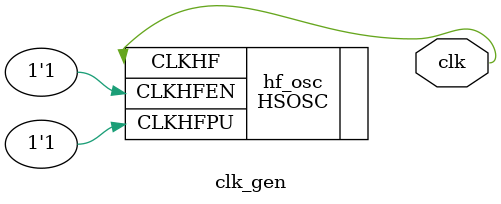
<source format=sv>


module clk_gen(
	output logic clk
);

	// 6 MHz clk generation
	HSOSC #(.CLKHF_DIV(2'b11))
		hf_osc (.CLKHFPU(1'b1), .CLKHFEN(1'b1), .CLKHF(clk));
		
endmodule
</source>
